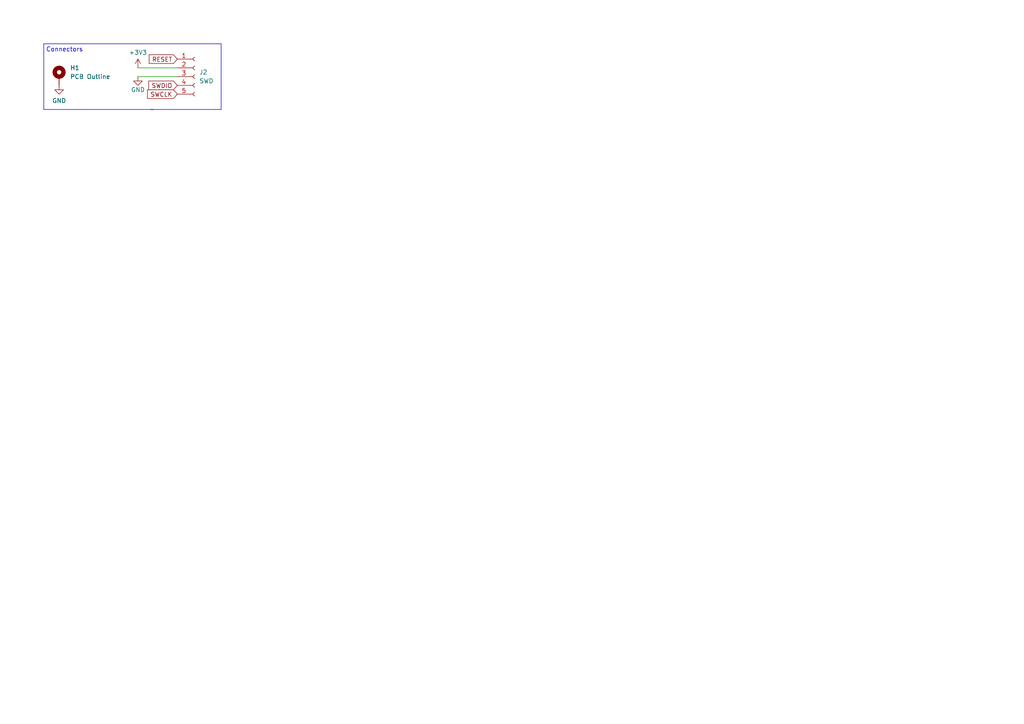
<source format=kicad_sch>
(kicad_sch (version 20230121) (generator eeschema)
  (paper "A4")
  (lib_symbols
    (symbol "Connector:Conn_01x05_Female" (pin_names (offset 1.016) hide)
      (property "Reference" "J" (at 0 7.62 0))
      (property "Value" "Conn_01x05_Female" (at 0 -7.62 0))
      (symbol "Conn_01x05_Female_1_1"
        (arc (start 0 -4.572) (mid -0.5058 -5.08) (end 0 -5.588) (stroke (width 0.1524)))
        (arc (start 0 -2.032) (mid -0.5058 -2.54) (end 0 -3.048) (stroke (width 0.1524)))
        (polyline (pts (xy -1.27 -5.08) (xy -0.508 -5.08)) (stroke (width 0.1524)))
        (polyline (pts (xy -1.27 -2.54) (xy -0.508 -2.54)) (stroke (width 0.1524)))
        (polyline (pts (xy -1.27 0) (xy -0.508 0)) (stroke (width 0.1524)))
        (polyline (pts (xy -1.27 2.54) (xy -0.508 2.54)) (stroke (width 0.1524)))
        (polyline (pts (xy -1.27 5.08) (xy -0.508 5.08)) (stroke (width 0.1524)))
        (arc (start 0 0.508) (mid -0.5058 0) (end 0 -0.508) (stroke (width 0.1524)))
        (arc (start 0 3.048) (mid -0.5058 2.54) (end 0 2.032) (stroke (width 0.1524)))
        (arc (start 0 5.588) (mid -0.5058 5.08) (end 0 4.572) (stroke (width 0.1524)))
        (pin passive line (at -5.08 5.08 0) (length 3.81) (name "Pin_1") (number "1"))
        (pin passive line (at -5.08 2.54 0) (length 3.81) (name "Pin_2") (number "2"))
        (pin passive line (at -5.08 0 0) (length 3.81) (name "Pin_3") (number "3"))
        (pin passive line (at -5.08 -2.54 0) (length 3.81) (name "Pin_4") (number "4"))
        (pin passive line (at -5.08 -5.08 0) (length 3.81) (name "Pin_5") (number "5"))
      )
    )
    (symbol "Mechanical:MountingHole_Pad" (pin_numbers hide) (pin_names (offset 1.016) hide)
      (property "Reference" "H" (at 0 6.35 0))
      (property "Value" "MountingHole_Pad" (at 0 4.445 0))
      (symbol "MountingHole_Pad_0_1"
        (circle (center 0 1.27) (radius 1.27) (stroke (width 1.27)))
      )
      (symbol "MountingHole_Pad_1_1"
        (pin input line (at 0 -2.54 90) (length 2.54) (name "1") (number "1"))
      )
    )
    (symbol "power:+3V3" (power) (pin_names (offset 0))
      (property "Value" "+3V3" (at 0 3.556 0))
      (symbol "+3V3_0_1"
        (polyline (pts (xy -0.762 1.27) (xy 0 2.54)))
        (polyline (pts (xy 0 0) (xy 0 2.54)))
        (polyline (pts (xy 0 2.54) (xy 0.762 1.27)))
      )
      (symbol "+3V3_1_1"
        (pin power_in line (at 0 0 90) (length 0) hide (name "+3V3") (number "1"))
      )
    )
    (symbol "power:GND" (power) (pin_names (offset 0))
      (property "Value" "GND" (at 0 -3.81 0))
      (symbol "GND_0_1"
        (polyline (pts (xy 0 0) (xy 0 -1.27) (xy 1.27 -1.27) (xy 0 -2.54) (xy -1.27 -1.27) (xy 0 -1.27)))
      )
      (symbol "GND_1_1"
        (pin power_in line (at 0 0 270) (length 0) hide (name "GND") (number "1"))
      )
    )
  )
  (polyline (pts (xy 12.7 12.7) (xy 12.7 31.75)))
  (wire (pts (xy 40.005 22.225) (xy 51.435 22.225)))
  (wire (pts (xy 40.005 19.685) (xy 51.435 19.685)))
  (polyline (pts (xy 64.135 12.7) (xy 64.135 31.75)))
  (polyline (pts (xy 43.815 31.75) (xy 64.135 31.75)))
  (polyline (pts (xy 12.7 31.75) (xy 44.45 31.75)))
  (polyline (pts (xy 12.7 12.7) (xy 64.135 12.7)))
  (text "Connectors\n" (at 13.335 15.24 0) (effects (font (size 1.27 1.27)) (justify left bottom)))
  (global_label "RESET" (shape input) (at 51.435 17.145 180) (property "Intersheetrefs" "${INTERSHEET_REFS}" (effects hide)))
  (global_label "SWDIO" (shape input) (at 51.435 24.765 180) (property "Intersheetrefs" "${INTERSHEET_REFS}" (effects hide)))
  (global_label "SWCLK" (shape input) (at 51.435 27.305 180) (property "Intersheetrefs" "${INTERSHEET_REFS}" (effects hide)))
  (symbol (lib_id "power:GND") (at 17.145 24.765 0) (unit 1)
    (property "Reference" "#PWR038" (effects hide))
    (property "Value" "GND" (at 17.145 29.21 0))
    (instances (project "pi0ii040" (path "" (reference "#PWR038") (unit 1))) (project "SST60" (path "" (reference "#PWR0141") (unit 1))))
  )
  (symbol (lib_id "power:GND") (at 40.005 22.225 0) (unit 1)
    (property "Reference" "#PWR037" (effects hide))
    (property "Value" "GND" (at 40.005 26.035 0))
    (instances (project "pi0ii040" (path "" (reference "#PWR037") (unit 1))) (project "SST60" (path "" (reference "#PWR0139") (unit 1))))
  )
  (symbol (lib_id "Connector:Conn_01x05_Female") (at 56.515 22.225 0) (unit 1)
    (property "Reference" "J2" (at 57.785 20.9549 0) (effects (justify left)))
    (property "Value" "SWD" (at 57.785 23.4949 0) (effects (justify left)))
    (property "Footprint" "Connector_PinHeader_2.54mm:PinHeader_1x05_P2.54mm_Vertical" (effects hide))
  )
  (symbol (lib_id "power:+3V3") (at 40.005 19.685 0) (unit 1)
    (property "Reference" "#PWR036" (effects hide))
    (property "Value" "+3V3" (at 40.005 15.24 0))
    (instances (project "pi0ii040" (path "" (reference "#PWR036") (unit 1))) (project "SST60" (path "" (reference "#PWR0140") (unit 1))))
  )
  (symbol (lib_id "Mechanical:MountingHole_Pad") (at 17.145 22.225 0) (unit 1)
    (property "Reference" "H1" (at 20.32 19.6849 0) (effects (justify left)))
    (property "Value" "PCB Outline" (at 20.32 22.2249 0) (effects (justify left)))
    (property "Footprint" "M0ii040関連KaWaii40:m0ii040_PCB_Template_v1.0.1" (effects hide))
  )
)
</source>
